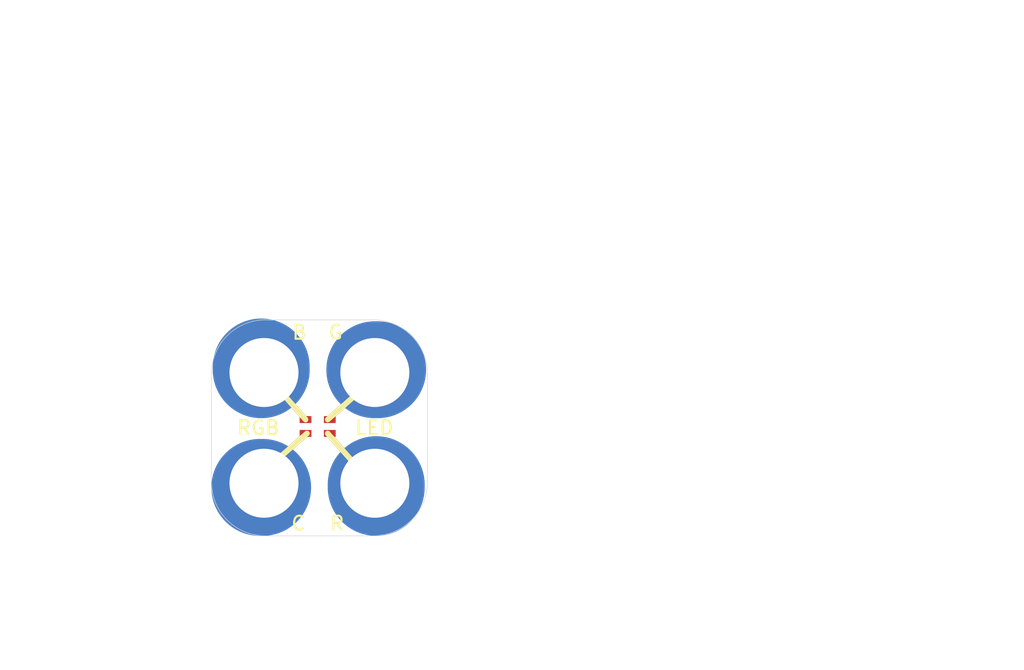
<source format=kicad_pcb>
(kicad_pcb (version 4) (host pcbnew 4.0.5-e0-6337~49~ubuntu16.04.1)

  (general
    (links 4)
    (no_connects 4)
    (area 104.572999 74.854999 178.510001 123.265001)
    (thickness 1.6)
    (drawings 23)
    (tracks 0)
    (zones 0)
    (modules 1)
    (nets 5)
  )

  (page USLetter)
  (title_block
    (title "2x2 RGB LED SMT")
    (date "19 Jan 2017")
    (rev 1.0)
    (company "All rights reserved.")
    (comment 1 help@browndoggadgets.com)
    (comment 2 http://browndoggadgets.com/)
    (comment 3 "Brown Dog Gadgets")
  )

  (layers
    (0 F.Cu signal)
    (31 B.Cu signal)
    (34 B.Paste user)
    (35 F.Paste user)
    (36 B.SilkS user)
    (37 F.SilkS user)
    (38 B.Mask user)
    (39 F.Mask user)
    (44 Edge.Cuts user)
    (46 B.CrtYd user)
    (47 F.CrtYd user)
    (48 B.Fab user)
    (49 F.Fab user)
  )

  (setup
    (last_trace_width 0.254)
    (user_trace_width 0.1524)
    (user_trace_width 0.254)
    (user_trace_width 0.3302)
    (user_trace_width 0.508)
    (user_trace_width 0.762)
    (user_trace_width 1.27)
    (trace_clearance 0.254)
    (zone_clearance 0.508)
    (zone_45_only no)
    (trace_min 0.1524)
    (segment_width 0.1524)
    (edge_width 0.1524)
    (via_size 0.6858)
    (via_drill 0.3302)
    (via_min_size 0.6858)
    (via_min_drill 0.3302)
    (user_via 0.6858 0.3302)
    (user_via 0.762 0.4064)
    (user_via 0.8636 0.508)
    (uvia_size 0.6858)
    (uvia_drill 0.3302)
    (uvias_allowed no)
    (uvia_min_size 0)
    (uvia_min_drill 0)
    (pcb_text_width 0.1524)
    (pcb_text_size 1.016 1.016)
    (mod_edge_width 0.1524)
    (mod_text_size 1.016 1.016)
    (mod_text_width 0.1524)
    (pad_size 1.524 1.524)
    (pad_drill 0.762)
    (pad_to_mask_clearance 0.0762)
    (solder_mask_min_width 0.1016)
    (pad_to_paste_clearance -0.0762)
    (aux_axis_origin 0 0)
    (visible_elements FFFEDF7D)
    (pcbplotparams
      (layerselection 0x310fc_80000001)
      (usegerberextensions true)
      (excludeedgelayer true)
      (linewidth 0.100000)
      (plotframeref false)
      (viasonmask false)
      (mode 1)
      (useauxorigin false)
      (hpglpennumber 1)
      (hpglpenspeed 20)
      (hpglpendiameter 15)
      (hpglpenoverlay 2)
      (psnegative false)
      (psa4output false)
      (plotreference true)
      (plotvalue true)
      (plotinvisibletext false)
      (padsonsilk false)
      (subtractmaskfromsilk false)
      (outputformat 1)
      (mirror false)
      (drillshape 0)
      (scaleselection 1)
      (outputdirectory gerbers))
  )

  (net 0 "")
  (net 1 /G)
  (net 2 /B)
  (net 3 VCC)
  (net 4 /R)

  (net_class Default "This is the default net class."
    (clearance 0.254)
    (trace_width 0.254)
    (via_dia 0.6858)
    (via_drill 0.3302)
    (uvia_dia 0.6858)
    (uvia_drill 0.3302)
    (add_net /B)
    (add_net /G)
    (add_net /R)
    (add_net VCC)
  )

  (module Crazy_Circuits:LED-RGB-0606-2x2 (layer F.Cu) (tedit 58830CDC) (tstamp 58833488)
    (at 123.62788 109.76356)
    (descr "2.54mm pitch through hole centered 2x2")
    (path /58831339)
    (fp_text reference LED1 (at 3.9 -2.3) (layer F.Fab)
      (effects (font (size 1 1) (thickness 0.15)))
    )
    (fp_text value QBLP600-RGB (at 4 6) (layer F.Fab) hide
      (effects (font (size 1 1) (thickness 0.15)))
    )
    (fp_line (start 3 -4.6) (end 0 -8) (layer F.SilkS) (width 0.4))
    (fp_line (start 8 -8.2) (end 8.2 -8.2) (layer B.Cu) (width 7))
    (fp_circle (center 3.2 -4.441421) (end 3.3 -4.341421) (layer F.Fab) (width 0.1))
    (fp_line (start 4.8 -3.3) (end 4.8 -5) (layer F.Fab) (width 0.1))
    (fp_line (start 2.7 -3.3) (end 4.8 -3.3) (layer F.Fab) (width 0.1))
    (fp_line (start 2.7 -4.4) (end 2.7 -3.3) (layer F.Fab) (width 0.1))
    (fp_line (start 3.2 -5) (end 2.7 -4.4) (layer F.Fab) (width 0.1))
    (fp_line (start 3.2 -5) (end 4.8 -5) (layer F.Fab) (width 0.1))
    (fp_line (start 7.9 -11.8) (end 0.1 -11.8) (layer Edge.Cuts) (width 0.04064))
    (fp_line (start 7.9 3.8) (end 0.1 3.8) (layer Edge.Cuts) (width 0.04064))
    (fp_line (start 11.8 -0.1) (end 11.8 -7.9) (layer Edge.Cuts) (width 0.04064))
    (fp_line (start -3.8 -0.1) (end -3.8 -7.9) (layer Edge.Cuts) (width 0.04064))
    (fp_arc (start 7.9 -7.9) (end 7.9 -11.8) (angle 90) (layer Edge.Cuts) (width 0.04064))
    (fp_arc (start 7.9 -0.1) (end 11.8 -0.1) (angle 90) (layer Edge.Cuts) (width 0.04064))
    (fp_arc (start 0.1 -0.1) (end 0.1 3.8) (angle 90) (layer Edge.Cuts) (width 0.04064))
    (fp_arc (start 0.1 -7.9) (end -3.8 -7.9) (angle 90) (layer Edge.Cuts) (width 0.04064))
    (fp_line (start 7.9 -11.8) (end 0.1 -11.8) (layer F.Fab) (width 0.04064))
    (fp_line (start 7.9 3.8) (end 0.1 3.8) (layer F.Fab) (width 0.04064))
    (fp_line (start 11.8 -0.1) (end 11.8 -7.9) (layer F.Fab) (width 0.04064))
    (fp_line (start -3.8 -0.1) (end -3.8 -7.9) (layer F.Fab) (width 0.04064))
    (fp_arc (start 7.9 -7.9) (end 7.9 -11.8) (angle 90) (layer F.Fab) (width 0.04064))
    (fp_arc (start 7.9 -0.1) (end 11.8 -0.1) (angle 90) (layer F.Fab) (width 0.04064))
    (fp_arc (start 0.1 -0.1) (end 0.1 3.8) (angle 90) (layer F.Fab) (width 0.04064))
    (fp_arc (start 0.1 -7.9) (end -3.8 -7.9) (angle 90) (layer F.Fab) (width 0.04064))
    (fp_line (start 8 -8.2) (end 8.2 -8.2) (layer B.Mask) (width 7))
    (fp_line (start -0.2 -8.2) (end -0.2 -8.4) (layer B.Cu) (width 7))
    (fp_line (start -0.2 -8.2) (end -0.2 -8.4) (layer B.Mask) (width 7))
    (fp_line (start -0.1 0.3) (end -0.3 0.3) (layer B.Cu) (width 7))
    (fp_line (start -0.1 0.3) (end -0.3 0.3) (layer B.Mask) (width 7))
    (fp_line (start 8.1 0.1) (end 8.1 0.3) (layer B.Cu) (width 7))
    (fp_line (start 8.1 0.1) (end 8.1 0.3) (layer B.Mask) (width 7))
    (fp_line (start 3 -4.6) (end 0 -8) (layer F.Cu) (width 0.4))
    (fp_line (start 3.1 -3.6) (end -0.3 -0.6) (layer F.Cu) (width 0.4))
    (fp_line (start 3.1 -3.6) (end -0.3 -0.6) (layer F.SilkS) (width 0.4))
    (fp_line (start 4.6 -4.6) (end 8 -7.6) (layer F.Cu) (width 0.4))
    (fp_line (start 4.6 -4.6) (end 8 -7.6) (layer F.SilkS) (width 0.4))
    (fp_line (start 4.6 -3.6) (end 7.6 -0.2) (layer F.Cu) (width 0.4))
    (fp_line (start 4.6 -3.6) (end 7.6 -0.2) (layer F.SilkS) (width 0.4))
    (pad 3 thru_hole circle (at 0 0) (size 6 6) (drill 4.98) (layers *.Cu *.Mask)
      (net 3 VCC))
    (pad 1 thru_hole circle (at 0 -8) (size 6 6) (drill 4.98) (layers *.Cu *.Mask)
      (net 2 /B))
    (pad 2 thru_hole circle (at 8 -8) (size 6 6) (drill 4.98) (layers *.Cu *.Mask)
      (net 1 /G))
    (pad 4 thru_hole circle (at 8 0) (size 6 6) (drill 4.98) (layers *.Cu *.Mask)
      (net 4 /R))
    (pad 3 smd rect (at 3 -3.6) (size 0.85 0.5) (layers F.Cu F.Paste F.Mask)
      (net 3 VCC))
    (pad 1 smd rect (at 3 -4.6) (size 0.85 0.5) (layers F.Cu F.Paste F.Mask)
      (net 2 /B))
    (pad 4 smd rect (at 4.75 -3.6) (size 0.85 0.5) (layers F.Cu F.Paste F.Mask)
      (net 4 /R))
    (pad 2 smd rect (at 4.75 -4.6) (size 0.85 0.5) (layers F.Cu F.Paste F.Mask)
      (net 1 /G))
  )

  (gr_text LED (at 131.59232 105.76052) (layer F.SilkS)
    (effects (font (size 1.016 1.016) (thickness 0.1524)))
  )
  (gr_text RGB (at 123.21032 105.76052) (layer F.SilkS)
    (effects (font (size 1.016 1.016) (thickness 0.1524)))
  )
  (gr_text R (at 128.91008 112.65916) (layer F.SilkS)
    (effects (font (size 1.016 1.016) (thickness 0.1524)))
  )
  (gr_text G (at 128.79832 98.86188) (layer F.SilkS)
    (effects (font (size 1.016 1.016) (thickness 0.1524)))
  )
  (gr_text C (at 126.11608 112.65916) (layer F.SilkS)
    (effects (font (size 1.016 1.016) (thickness 0.1524)))
  )
  (gr_text B (at 126.17704 98.86188) (layer F.SilkS)
    (effects (font (size 1.016 1.016) (thickness 0.1524)))
  )
  (gr_circle (center 117.348 76.962) (end 118.618 76.962) (layer Dwgs.User) (width 0.15))
  (gr_line (start 114.427 78.994) (end 114.427 74.93) (angle 90) (layer Dwgs.User) (width 0.15))
  (gr_line (start 120.269 78.994) (end 114.427 78.994) (angle 90) (layer Dwgs.User) (width 0.15))
  (gr_line (start 120.269 74.93) (end 120.269 78.994) (angle 90) (layer Dwgs.User) (width 0.15))
  (gr_line (start 114.427 74.93) (end 120.269 74.93) (angle 90) (layer Dwgs.User) (width 0.15))
  (gr_line (start 120.523 93.98) (end 104.648 93.98) (angle 90) (layer Dwgs.User) (width 0.15))
  (gr_line (start 173.355 102.235) (end 173.355 94.615) (angle 90) (layer Dwgs.User) (width 0.15))
  (gr_line (start 178.435 102.235) (end 173.355 102.235) (angle 90) (layer Dwgs.User) (width 0.15))
  (gr_line (start 178.435 94.615) (end 178.435 102.235) (angle 90) (layer Dwgs.User) (width 0.15))
  (gr_line (start 173.355 94.615) (end 178.435 94.615) (angle 90) (layer Dwgs.User) (width 0.15))
  (gr_line (start 109.093 123.19) (end 109.093 114.3) (angle 90) (layer Dwgs.User) (width 0.15))
  (gr_line (start 122.428 123.19) (end 109.093 123.19) (angle 90) (layer Dwgs.User) (width 0.15))
  (gr_line (start 122.428 114.3) (end 122.428 123.19) (angle 90) (layer Dwgs.User) (width 0.15))
  (gr_line (start 109.093 114.3) (end 122.428 114.3) (angle 90) (layer Dwgs.User) (width 0.15))
  (gr_line (start 104.648 93.98) (end 104.648 82.55) (angle 90) (layer Dwgs.User) (width 0.15))
  (gr_line (start 120.523 82.55) (end 120.523 93.98) (angle 90) (layer Dwgs.User) (width 0.15))
  (gr_line (start 104.648 82.55) (end 120.523 82.55) (angle 90) (layer Dwgs.User) (width 0.15))

)

</source>
